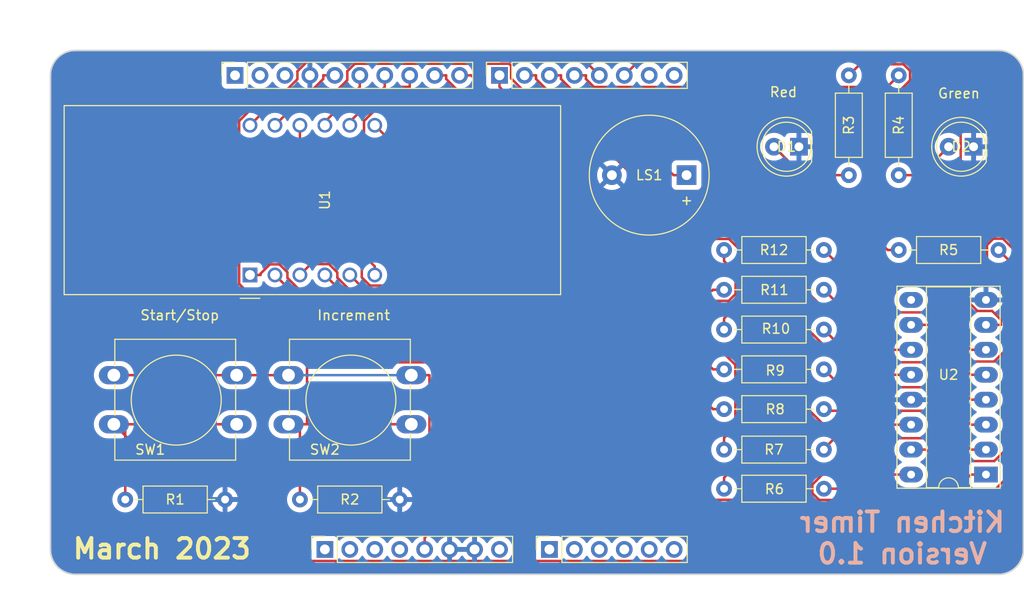
<source format=kicad_pcb>
(kicad_pcb (version 20221018) (generator pcbnew)
  (title_block (date "mar. 31 mars 2015"))
  (layers (0 "F.Cu" signal) (31 "B.Cu" power) (34 "B.Paste" user) (35 "F.Paste" user) (36 "B.SilkS" user "B.Silkscreen") (37 "F.SilkS" user "F.Silkscreen") (38 "B.Mask" user) (39 "F.Mask" user) (44 "Edge.Cuts" user))
  (net 0 "")
  (net 1 "GND")
  (net 3 "+5V")
  (net 4 "/IOREF")
  (net 5 "/A0")
  (net 6 "/A1")
  (net 7 "/A2")
  (net 8 "/A3")
  (net 9 "/SDA{slash}A4")
  (net 10 "/SCL{slash}A5")
  (net 11 "Net-(D1-A)")
  (net 12 "Net-(D2-A)")
  (net 16 "Dig1")
  (net 17 "Dig2")
  (net 18 "Dig3")
  (net 19 "Dig4")
  (net 20 "DS")
  (net 21 "ST_CP")
  (net 22 "SH_CP")
  (net 23 "/TX{slash}1")
  (net 24 "Buzzer")
  (net 25 "/RX{slash}0")
  (net 26 "+3V3")
  (net 27 "VCC")
  (net 28 "/~{RESET}")
  (net 29 "RED_LED")
  (net 30 "GREEN_LED")
  (net 31 "Button_2")
  (net 32 "Button_1")
  (net 33 "a")
  (net 34 "Net-(U1-a)")
  (net 35 "b")
  (net 36 "Net-(U1-b)")
  (net 37 "c")
  (net 38 "Net-(U1-c)")
  (net 39 "d")
  (net 40 "Net-(U1-d)")
  (net 41 "e")
  (net 42 "Net-(U1-e)")
  (net 43 "f")
  (net 44 "Net-(U1-f)")
  (net 45 "g")
  (net 46 "Net-(U1-g)")
  (net 47 "dp")
  (net 48 "Net-(U1-DPX)")
  (footprint "Connector_PinSocket_2.54mm:PinSocket_1x08_P2.54mm_Vertical" (layer "F.Cu") (at 127.94 97.46 90)
    (fp_text reference "J1" hide)
    (fp_text value "Power")
    (fp_line (start -1.33 1.27) (end -1.33 19.11) (stroke (width 0.12)) (layer "F.SilkS"))
    (fp_line (start -1.33 1.27) (end 1.33 1.27) (stroke (width 0.12)) (layer "F.SilkS"))
    (fp_line (start -1.33 19.11) (end 1.33 19.11) (stroke (width 0.12)) (layer "F.SilkS"))
    (fp_line (start 0 -1.33) (end 1.33 -1.33) (stroke (width 0.12)) (layer "F.SilkS"))
    (fp_line (start 1.33 -1.33) (end 1.33 0) (stroke (width 0.12)) (layer "F.SilkS"))
    (fp_line (start 1.33 1.27) (end 1.33 19.11) (stroke (width 0.12)) (layer "F.SilkS"))
    (pad "1" thru_hole rect locked (at 0 0 90) (size 1.7 1.7) (drill 1) (layers "*.Cu" "*.Mask"))
    (pad "2" thru_hole oval locked (at 0 2.54 90) (size 1.7 1.7) (drill 1) (layers "*.Cu" "*.Mask") (net 4 "/IOREF"))
    (pad "3" thru_hole oval locked (at 0 5.08 90) (size 1.7 1.7) (drill 1) (layers "*.Cu" "*.Mask") (net 28 "/~{RESET}"))
    (pad "4" thru_hole oval locked (at 0 7.62 90) (size 1.7 1.7) (drill 1) (layers "*.Cu" "*.Mask") (net 26 "+3V3"))
    (pad "5" thru_hole oval locked (at 0 10.16 90) (size 1.7 1.7) (drill 1) (layers "*.Cu" "*.Mask") (net 3 "+5V"))
    (pad "6" thru_hole oval locked (at 0 12.7 90) (size 1.7 1.7) (drill 1) (layers "*.Cu" "*.Mask") (net 1 "GND"))
    (pad "7" thru_hole oval locked (at 0 15.24 90) (size 1.7 1.7) (drill 1) (layers "*.Cu" "*.Mask") (net 1 "GND"))
    (pad "8" thru_hole oval locked (at 0 17.78 90) (size 1.7 1.7) (drill 1) (layers "*.Cu" "*.Mask") (net 27 "VCC"))
  )
  (footprint "Connector_PinSocket_2.54mm:PinSocket_1x06_P2.54mm_Vertical" (layer "F.Cu") (at 150.8 97.46 90)
    (fp_text reference "J3" hide)
    (fp_text value "Analog")
    (fp_line (start -1.33 1.27) (end -1.33 14.03) (stroke (width 0.12)) (layer "F.SilkS"))
    (fp_line (start -1.33 1.27) (end 1.33 1.27) (stroke (width 0.12)) (layer "F.SilkS"))
    (fp_line (start -1.33 14.03) (end 1.33 14.03) (stroke (width 0.12)) (layer "F.SilkS"))
    (fp_line (start 0 -1.33) (end 1.33 -1.33) (stroke (width 0.12)) (layer "F.SilkS"))
    (fp_line (start 1.33 -1.33) (end 1.33 0) (stroke (width 0.12)) (layer "F.SilkS"))
    (fp_line (start 1.33 1.27) (end 1.33 14.03) (stroke (width 0.12)) (layer "F.SilkS"))
    (pad "1" thru_hole rect locked (at 0 0 90) (size 1.7 1.7) (drill 1) (layers "*.Cu" "*.Mask") (net 5 "/A0"))
    (pad "2" thru_hole oval locked (at 0 2.54 90) (size 1.7 1.7) (drill 1) (layers "*.Cu" "*.Mask") (net 6 "/A1"))
    (pad "3" thru_hole oval locked (at 0 5.08 90) (size 1.7 1.7) (drill 1) (layers "*.Cu" "*.Mask") (net 7 "/A2"))
    (pad "4" thru_hole oval locked (at 0 7.62 90) (size 1.7 1.7) (drill 1) (layers "*.Cu" "*.Mask") (net 8 "/A3"))
    (pad "5" thru_hole oval locked (at 0 10.16 90) (size 1.7 1.7) (drill 1) (layers "*.Cu" "*.Mask") (net 9 "/SDA{slash}A4"))
    (pad "6" thru_hole oval locked (at 0 12.7 90) (size 1.7 1.7) (drill 1) (layers "*.Cu" "*.Mask") (net 10 "/SCL{slash}A5"))
  )
  (footprint "Connector_PinSocket_2.54mm:PinSocket_1x10_P2.54mm_Vertical" (layer "F.Cu") (at 118.796 49.2 90)
    (fp_text reference "J2" hide)
    (fp_text value "Digital/PWM")
    (fp_line (start -1.33 1.27) (end -1.33 24.19) (stroke (width 0.12)) (layer "F.SilkS"))
    (fp_line (start -1.33 1.27) (end 1.33 1.27) (stroke (width 0.12)) (layer "F.SilkS"))
    (fp_line (start -1.33 24.19) (end 1.33 24.19) (stroke (width 0.12)) (layer "F.SilkS"))
    (fp_line (start 0 -1.33) (end 1.33 -1.33) (stroke (width 0.12)) (layer "F.SilkS"))
    (fp_line (start 1.33 -1.33) (end 1.33 0) (stroke (width 0.12)) (layer "F.SilkS"))
    (fp_line (start 1.33 1.27) (end 1.33 24.19) (stroke (width 0.12)) (layer "F.SilkS"))
    (pad "1" thru_hole rect locked (at 0 0 90) (size 1.7 1.7) (drill 1) (layers "*.Cu" "*.Mask"))
    (pad "2" thru_hole oval locked (at 0 2.54 90) (size 1.7 1.7) (drill 1) (layers "*.Cu" "*.Mask"))
    (pad "3" thru_hole oval locked (at 0 5.08 90) (size 1.7 1.7) (drill 1) (layers "*.Cu" "*.Mask"))
    (pad "4" thru_hole oval locked (at 0 7.62 90) (size 1.7 1.7) (drill 1) (layers "*.Cu" "*.Mask") (net 1 "GND"))
    (pad "5" thru_hole oval locked (at 0 10.16 90) (size 1.7 1.7) (drill 1) (layers "*.Cu" "*.Mask") (net 16 "Dig1"))
    (pad "6" thru_hole oval locked (at 0 12.7 90) (size 1.7 1.7) (drill 1) (layers "*.Cu" "*.Mask") (net 17 "Dig2"))
    (pad "7" thru_hole oval locked (at 0 15.24 90) (size 1.7 1.7) (drill 1) (layers "*.Cu" "*.Mask") (net 18 "Dig3"))
    (pad "8" thru_hole oval locked (at 0 17.78 90) (size 1.7 1.7) (drill 1) (layers "*.Cu" "*.Mask") (net 19 "Dig4"))
    (pad "9" thru_hole oval locked (at 0 20.32 90) (size 1.7 1.7) (drill 1) (layers "*.Cu" "*.Mask") (net 20 "DS"))
    (pad "10" thru_hole oval locked (at 0 22.86 90) (size 1.7 1.7) (drill 1) (layers "*.Cu" "*.Mask") (net 21 "ST_CP"))
  )
  (footprint "Connector_PinSocket_2.54mm:PinSocket_1x08_P2.54mm_Vertical" (layer "F.Cu") (at 145.72 49.2 90)
    (fp_text reference "J4" hide)
    (fp_text value "Digital/PWM")
    (fp_line (start -1.33 1.27) (end -1.33 19.11) (stroke (width 0.12)) (layer "F.SilkS"))
    (fp_line (start -1.33 1.27) (end 1.33 1.27) (stroke (width 0.12)) (layer "F.SilkS"))
    (fp_line (start -1.33 19.11) (end 1.33 19.11) (stroke (width 0.12)) (layer "F.SilkS"))
    (fp_line (start 0 -1.33) (end 1.33 -1.33) (stroke (width 0.12)) (layer "F.SilkS"))
    (fp_line (start 1.33 -1.33) (end 1.33 0) (stroke (width 0.12)) (layer "F.SilkS"))
    (fp_line (start 1.33 1.27) (end 1.33 19.11) (stroke (width 0.12)) (layer "F.SilkS"))
    (pad "1" thru_hole rect locked (at 0 0 90) (size 1.7 1.7) (drill 1) (layers "*.Cu" "*.Mask") (net 22 "SH_CP"))
    (pad "2" thru_hole oval locked (at 0 2.54 90) (size 1.7 1.7) (drill 1) (layers "*.Cu" "*.Mask") (net 24 "Buzzer"))
    (pad "3" thru_hole oval locked (at 0 5.08 90) (size 1.7 1.7) (drill 1) (layers "*.Cu" "*.Mask") (net 29 "RED_LED"))
    (pad "4" thru_hole oval locked (at 0 7.62 90) (size 1.7 1.7) (drill 1) (layers "*.Cu" "*.Mask") (net 30 "GREEN_LED"))
    (pad "5" thru_hole oval locked (at 0 10.16 90) (size 1.7 1.7) (drill 1) (layers "*.Cu" "*.Mask") (net 31 "Button_2"))
    (pad "6" thru_hole oval locked (at 0 12.7 90) (size 1.7 1.7) (drill 1) (layers "*.Cu" "*.Mask") (net 32 "Button_1"))
    (pad "7" thru_hole oval locked (at 0 15.24 90) (size 1.7 1.7) (drill 1) (layers "*.Cu" "*.Mask") (net 23 "/TX{slash}1"))
    (pad "8" thru_hole oval locked (at 0 17.78 90) (size 1.7 1.7) (drill 1) (layers "*.Cu" "*.Mask") (net 25 "/RX{slash}0"))
  )
  (footprint "LED_THT:LED_D5.0mm" (layer "F.Cu") (at 193.98 56.468 180)
    (fp_text reference "D2" (at 1.27 0) (layer "F.SilkS"))
    (fp_text value "LED")
    (fp_line (start -1.29 -1.545) (end -1.29 1.545) (stroke (width 0.12)) (layer "F.SilkS"))
    (fp_arc (start -1.29 -1.54483) (mid 2.072002 -2.880433) (end 4.26 0.000462) (stroke (width 0.12)) (layer "F.SilkS"))
    (fp_arc (start 4.26 -0.000462) (mid 2.072002 2.880433) (end -1.29 1.54483) (stroke (width 0.12)) (layer "F.SilkS"))
    (fp_circle (center 1.27 0) (end 3.77 0) (stroke (width 0.12)) (fill none) (layer "F.SilkS"))
    (pad "1" thru_hole rect (at 0 0 180) (size 1.8 1.8) (drill 0.9) (layers "*.Cu" "*.Mask") (net 1 "GND"))
    (pad "2" thru_hole circle (at 2.54 0 180) (size 1.8 1.8) (drill 0.9) (layers "*.Cu" "*.Mask") (net 12 "Net-(D2-A)"))
  )
  (footprint "Package_DIP:DIP-16_W7.62mm_Socket_LongPads" (layer "F.Cu") (at 195.24 89.84 180)
    (fp_text reference "U2" (at 3.81 10.16) (layer "F.SilkS"))
    (fp_text value "74HC595")
    (fp_line (start -1.44 -1.39) (end -1.44 19.17) (stroke (width 0.12)) (layer "F.SilkS"))
    (fp_line (start -1.44 19.17) (end 9.06 19.17) (stroke (width 0.12)) (layer "F.SilkS"))
    (fp_line (start 1.56 -1.33) (end 1.56 19.11) (stroke (width 0.12)) (layer "F.SilkS"))
    (fp_line (start 1.56 19.11) (end 6.06 19.11) (stroke (width 0.12)) (layer "F.SilkS"))
    (fp_line (start 2.81 -1.33) (end 1.56 -1.33) (stroke (width 0.12)) (layer "F.SilkS"))
    (fp_line (start 6.06 -1.33) (end 4.81 -1.33) (stroke (width 0.12)) (layer "F.SilkS"))
    (fp_line (start 6.06 19.11) (end 6.06 -1.33) (stroke (width 0.12)) (layer "F.SilkS"))
    (fp_line (start 9.06 -1.39) (end -1.44 -1.39) (stroke (width 0.12)) (layer "F.SilkS"))
    (fp_line (start 9.06 19.17) (end 9.06 -1.39) (stroke (width 0.12)) (layer "F.SilkS"))
    (fp_arc (start 4.81 -1.33) (mid 3.81 -0.33) (end 2.81 -1.33) (stroke (width 0.12)) (layer "F.SilkS"))
    (pad "1" thru_hole rect (at 0 0 180) (size 2.4 1.6) (drill 0.8) (layers "*.Cu" "*.Mask") (net 35 "b"))
    (pad "2" thru_hole oval (at 0 2.54 180) (size 2.4 1.6) (drill 0.8) (layers "*.Cu" "*.Mask") (net 37 "c"))
    (pad "3" thru_hole oval (at 0 5.08 180) (size 2.4 1.6) (drill 0.8) (layers "*.Cu" "*.Mask") (net 39 "d"))
    (pad "4" thru_hole oval (at 0 7.62 180) (size 2.4 1.6) (drill 0.8) (layers "*.Cu" "*.Mask") (net 41 "e"))
    (pad "5" thru_hole oval (at 0 10.16 180) (size 2.4 1.6) (drill 0.8) (layers "*.Cu" "*.Mask") (net 43 "f"))
    (pad "6" thru_hole oval (at 0 12.7 180) (size 2.4 1.6) (drill 0.8) (layers "*.Cu" "*.Mask") (net 45 "g"))
    (pad "7" thru_hole oval (at 0 15.24 180) (size 2.4 1.6) (drill 0.8) (layers "*.Cu" "*.Mask") (net 47 "dp"))
    (pad "8" thru_hole oval (at 0 17.78 180) (size 2.4 1.6) (drill 0.8) (layers "*.Cu" "*.Mask") (net 1 "GND"))
    (pad "9" thru_hole oval (at 7.62 17.78 180) (size 2.4 1.6) (drill 0.8) (layers "*.Cu" "*.Mask"))
    (pad "10" thru_hole oval (at 7.62 15.24 180) (size 2.4 1.6) (drill 0.8) (layers "*.Cu" "*.Mask") (net 3 "+5V"))
    (pad "11" thru_hole oval (at 7.62 12.7 180) (size 2.4 1.6) (drill 0.8) (layers "*.Cu" "*.Mask") (net 22 "SH_CP"))
    (pad "12" thru_hole oval (at 7.62 10.16 180) (size 2.4 1.6) (drill 0.8) (layers "*.Cu" "*.Mask") (net 21 "ST_CP"))
    (pad "13" thru_hole oval (at 7.62 7.62 180) (size 2.4 1.6) (drill 0.8) (layers "*.Cu" "*.Mask") (net 1 "GND"))
    (pad "14" thru_hole oval (at 7.62 5.08 180) (size 2.4 1.6) (drill 0.8) (layers "*.Cu" "*.Mask") (net 20 "DS"))
    (pad "15" thru_hole oval (at 7.62 2.54 180) (size 2.4 1.6) (drill 0.8) (layers "*.Cu" "*.Mask") (net 33 "a"))
    (pad "16" thru_hole oval (at 7.62 0 180) (size 2.4 1.6) (drill 0.8) (layers "*.Cu" "*.Mask") (net 3 "+5V"))
  )
  (footprint "Resistor_THT:R_Axial_DIN0207_L6.3mm_D2.5mm_P10.16mm_Horizontal" (layer "F.Cu") (at 178.74 83.18 180)
    (fp_text reference "R8" (at 4.95889 -0.018184) (layer "F.SilkS"))
    (fp_text value "100")
    (fp_line (start 1.04 0) (end 1.81 0) (stroke (width 0.12)) (layer "F.SilkS"))
    (fp_line (start 1.81 -1.37) (end 1.81 1.37) (stroke (width 0.12)) (layer "F.SilkS"))
    (fp_line (start 1.81 1.37) (end 8.35 1.37) (stroke (width 0.12)) (layer "F.SilkS"))
    (fp_line (start 8.35 -1.37) (end 1.81 -1.37) (stroke (width 0.12)) (layer "F.SilkS"))
    (fp_line (start 8.35 1.37) (end 8.35 -1.37) (stroke (width 0.12)) (layer "F.SilkS"))
    (fp_line (start 9.12 0) (end 8.35 0) (stroke (width 0.12)) (layer "F.SilkS"))
    (pad "1" thru_hole circle (at 0 0 180) (size 1.6 1.6) (drill 0.8) (layers "*.Cu" "*.Mask") (net 39 "d"))
    (pad "2" thru_hole oval (at 10.16 0 180) (size 1.6 1.6) (drill 0.8) (layers "*.Cu" "*.Mask") (net 40 "Net-(U1-d)"))
  )
  (footprint "Resistor_THT:R_Axial_DIN0207_L6.3mm_D2.5mm_P10.16mm_Horizontal" (layer "F.Cu") (at 196.52 66.98 180)
    (fp_text reference "R5" (at 5.08 0) (layer "F.SilkS"))
    (fp_text value "100")
    (fp_line (start 1.04 0) (end 1.81 0) (stroke (width 0.12)) (layer "F.SilkS"))
    (fp_line (start 1.81 -1.37) (end 1.81 1.37) (stroke (width 0.12)) (layer "F.SilkS"))
    (fp_line (start 1.81 1.37) (end 8.35 1.37) (stroke (width 0.12)) (layer "F.SilkS"))
    (fp_line (start 8.35 -1.37) (end 1.81 -1.37) (stroke (width 0.12)) (layer "F.SilkS"))
    (fp_line (start 8.35 1.37) (end 8.35 -1.37) (stroke (width 0.12)) (layer "F.SilkS"))
    (fp_line (start 9.12 0) (end 8.35 0) (stroke (width 0.12)) (layer "F.SilkS"))
    (pad "1" thru_hole circle (at 0 0 180) (size 1.6 1.6) (drill 0.8) (layers "*.Cu" "*.Mask") (net 33 "a"))
    (pad "2" thru_hole oval (at 10.16 0 180) (size 1.6 1.6) (drill 0.8) (layers "*.Cu" "*.Mask") (net 34 "Net-(U1-a)"))
  )
  (footprint "LED_THT:LED_D5.0mm" (layer "F.Cu") (at 176.2 56.468 180)
    (fp_text reference "D1" (at 1.27 0) (layer "F.SilkS"))
    (fp_text value "LED")
    (fp_line (start -1.29 -1.545) (end -1.29 1.545) (stroke (width 0.12)) (layer "F.SilkS"))
    (fp_arc (start -1.29 -1.54483) (mid 2.072002 -2.880433) (end 4.26 0.000462) (stroke (width 0.12)) (layer "F.SilkS"))
    (fp_arc (start 4.26 -0.000462) (mid 2.072002 2.880433) (end -1.29 1.54483) (stroke (width 0.12)) (layer "F.SilkS"))
    (fp_circle (center 1.27 0) (end 3.77 0) (stroke (width 0.12)) (fill none) (layer "F.SilkS"))
    (pad "1" thru_hole rect (at 0 0 180) (size 1.8 1.8) (drill 0.9) (layers "*.Cu" "*.Mask") (net 1 "GND"))
    (pad "2" thru_hole circle (at 2.54 0 180) (size 1.8 1.8) (drill 0.9) (layers "*.Cu" "*.Mask") (net 11 "Net-(D1-A)"))
  )
  (footprint "Resistor_THT:R_Axial_DIN0207_L6.3mm_D2.5mm_P10.16mm_Horizontal" (layer "F.Cu") (at 107.62 92.38)
    (fp_text reference "R1" (at 5.08 0) (layer "F.SilkS"))
    (fp_text value "10k")
    (fp_line (start 1.04 0) (end 1.81 0) (stroke (width 0.12)) (layer "F.SilkS"))
    (fp_line (start 1.81 -1.37) (end 1.81 1.37) (stroke (width 0.12)) (layer "F.SilkS"))
    (fp_line (start 1.81 1.37) (end 8.35 1.37) (stroke (width 0.12)) (layer "F.SilkS"))
    (fp_line (start 8.35 -1.37) (end 1.81 -1.37) (stroke (width 0.12)) (layer "F.SilkS"))
    (fp_line (start 8.35 1.37) (end 8.35 -1.37) (stroke (width 0.12)) (layer "F.SilkS"))
    (fp_line (start 9.12 0) (end 8.35 0) (stroke (width 0.12)) (layer "F.SilkS"))
    (pad "1" thru_hole circle (at 0 0) (size 1.6 1.6) (drill 0.8) (layers "*.Cu" "*.Mask") (net 32 "Button_1"))
    (pad "2" thru_hole oval (at 10.16 0) (size 1.6 1.6) (drill 0.8) (layers "*.Cu" "*.Mask") (net 1 "GND"))
  )
  (footprint "Buzzer_Beeper:Buzzer_12x9.5RM7.6" (layer "F.Cu") (at 164.76 59.36 180)
    (fp_text reference "LS1" (at 3.8 0) (layer "F.SilkS"))
    (fp_text value "Speaker")
    (fp_text user "+" (at -0.01 -2.54) (layer "F.SilkS"))
    (fp_circle (center 3.8 0) (end 9.9 0) (stroke (width 0.12)) (fill none) (layer "F.SilkS"))
    (pad "1" thru_hole rect (at 0 0 180) (size 2 2) (drill 1) (layers "*.Cu" "*.Mask") (net 24 "Buzzer"))
    (pad "2" thru_hole circle (at 7.6 0 180) (size 2 2) (drill 1) (layers "*.Cu" "*.Mask") (net 1 "GND"))
  )
  (footprint "Resistor_THT:R_Axial_DIN0207_L6.3mm_D2.5mm_P10.16mm_Horizontal" (layer "F.Cu") (at 125.4 92.38)
    (fp_text reference "R2" (at 5.08 0) (layer "F.SilkS"))
    (fp_text value "10k")
    (fp_line (start 1.04 0) (end 1.81 0) (stroke (width 0.12)) (layer "F.SilkS"))
    (fp_line (start 1.81 -1.37) (end 1.81 1.37) (stroke (width 0.12)) (layer "F.SilkS"))
    (fp_line (start 1.81 1.37) (end 8.35 1.37) (stroke (width 0.12)) (layer "F.SilkS"))
    (fp_line (start 8.35 -1.37) (end 1.81 -1.37) (stroke (width 0.12)) (layer "F.SilkS"))
    (fp_line (start 8.35 1.37) (end 8.35 -1.37) (stroke (width 0.12)) (layer "F.SilkS"))
    (fp_line (start 9.12 0) (end 8.35 0) (stroke (width 0.12)) (layer "F.SilkS"))
    (pad "1" thru_hole circle (at 0 0) (size 1.6 1.6) (drill 0.8) (layers "*.Cu" "*.Mask") (net 31 "Button_2"))
    (pad "2" thru_hole oval (at 10.16 0) (size 1.6 1.6) (drill 0.8) (layers "*.Cu" "*.Mask") (net 1 "GND"))
  )
  (footprint "Button_Switch_THT:SW_PUSH-12mm" (layer "F.Cu") (at 106.46 79.72)
    (fp_text reference "SW1" (at 3.7 7.58) (layer "F.SilkS"))
    (fp_text value "SW_Push")
    (fp_line (start 0.1 -3.65) (end 12.4 -3.65) (stroke (width 0.12)) (layer "F.SilkS"))
    (fp_line (start 0.1 -0.93) (end 0.1 -3.65) (stroke (width 0.12)) (layer "F.SilkS"))
    (fp_line (start 0.1 4.07) (end 0.1 0.93) (stroke (width 0.12)) (layer "F.SilkS"))
    (fp_line (start 0.1 8.65) (end 0.1 5.93) (stroke (width 0.12)) (layer "F.SilkS"))
    (fp_line (start 12.4 -3.65) (end 12.4 -0.93) (stroke (width 0.12)) (layer "F.SilkS"))
    (fp_line (start 12.4 0.93) (end 12.4 4.07) (stroke (width 0.12)) (layer "F.SilkS"))
    (fp_line (start 12.4 5.93) (end 12.4 8.65) (stroke (width 0.12)) (layer "F.SilkS"))
    (fp_line (start 12.4 8.65) (end 0.1 8.65) (stroke (width 0.12)) (layer "F.SilkS"))
    (fp_circle (center 6.35 2.54) (end 10.16 5.08) (stroke (width 0.12)) (fill none) (layer "F.SilkS"))
    (pad "1" thru_hole oval (at 0 0) (size 3.048 1.85) (drill 1.3) (layers "*.Cu" "*.Mask") (net 3 "+5V"))
    (pad "1" thru_hole oval (at 12.5 0) (size 3.048 1.85) (drill 1.3) (layers "*.Cu" "*.Mask") (net 3 "+5V"))
    (pad "2" thru_hole oval (at 0 5) (size 3.048 1.85) (drill 1.3) (layers "*.Cu" "*.Mask") (net 32 "Button_1"))
    (pad "2" thru_hole oval (at 12.5 5) (size 3.048 1.85) (drill 1.3) (layers "*.Cu" "*.Mask") (net 32 "Button_1"))
  )
  (footprint "Button_Switch_THT:SW_PUSH-12mm" (layer "F.Cu") (at 124.24 79.72)
    (fp_text reference "SW2" (at 3.7 7.58) (layer "F.SilkS"))
    (fp_text value "SW_Push")
    (fp_line (start 0.1 -3.65) (end 12.4 -3.65) (stroke (width 0.12)) (layer "F.SilkS"))
    (fp_line (start 0.1 -0.93) (end 0.1 -3.65) (stroke (width 0.12)) (layer "F.SilkS"))
    (fp_line (start 0.1 4.07) (end 0.1 0.93) (stroke (width 0.12)) (layer "F.SilkS"))
    (fp_line (start 0.1 8.65) (end 0.1 5.93) (stroke (width 0.12)) (layer "F.SilkS"))
    (fp_line (start 12.4 -3.65) (end 12.4 -0.93) (stroke (width 0.12)) (layer "F.SilkS"))
    (fp_line (start 12.4 0.93) (end 12.4 4.07) (stroke (width 0.12)) (layer "F.SilkS"))
    (fp_line (start 12.4 5.93) (end 12.4 8.65) (stroke (width 0.12)) (layer "F.SilkS"))
    (fp_line (start 12.4 8.65) (end 0.1 8.65) (stroke (width 0.12)) (layer "F.SilkS"))
    (fp_circle (center 6.35 2.54) (end 10.16 5.08) (stroke (width 0.12)) (fill none) (layer "F.SilkS"))
    (pad "1" thru_hole oval (at 0 0) (size 3.048 1.85) (drill 1.3) (layers "*.Cu" "*.Mask") (net 3 "+5V"))
    (pad "1" thru_hole oval (at 12.5 0) (size 3.048 1.85) (drill 1.3) (layers "*.Cu" "*.Mask") (net 3 "+5V"))
    (pad "2" thru_hole oval (at 0 5) (size 3.048 1.85) (drill 1.3) (layers "*.Cu" "*.Mask") (net 31 "Button_2"))
    (pad "2" thru_hole oval (at 12.5 5) (size 3.048 1.85) (drill 1.3) (layers "*.Cu" "*.Mask") (net 31 "Button_2"))
  )
  (footprint "Display_7Segment:CA56-12EWA" (layer "F.Cu") (at 120.32 69.52 90)
    (fp_text reference "U1" (at 7.62 7.62 90) (layer "F.SilkS"))
    (fp_text value "CA56-12EWA")
    (fp_line (start -2.38 -1) (end -2.38 1) (stroke (width 0.12)) (layer "F.SilkS"))
    (fp_line (start -2 -18.92) (end -2 31.62) (stroke (width 0.12)) (layer "F.SilkS"))
    (fp_line (start -2 -18.92) (end 17.24 -18.92) (stroke (width 0.12)) (layer "F.SilkS"))
    (fp_line (start -2 31.62) (end 17.24 31.62) (stroke (width 0.12)) (layer "F.SilkS"))
    (fp_line (start 17.24 31.62) (end 17.24 -18.92) (stroke (width 0.12)) (layer "F.SilkS"))
    (pad "1" thru_hole rect (at 0 0 90) (size 1.5 1.5) (drill 1) (layers "*.Cu" "*.Mask") (net 42 "Net-(U1-e)"))
    (pad "2" thru_hole circle (at 0 2.54 90) (size 1.5 1.5) (drill 1) (layers "*.Cu" "*.Mask") (net 40 "Net-(U1-d)"))
    (pad "3" thru_hole circle (at 0 5.08 90) (size 1.5 1.5) (drill 1) (layers "*.Cu" "*.Mask") (net 48 "Net-(U1-DPX)"))
    (pad "4" thru_hole circle (at 0 7.62 90) (size 1.5 1.5) (drill 1) (layers "*.Cu" "*.Mask") (net 38 "Net-(U1-c)"))
    (pad "5" thru_hole circle (at 0 10.16 90) (size 1.5 1.5) (drill 1) (layers "*.Cu" "*.Mask") (net 46 "Net-(U1-g)"))
    (pad "6" thru_hole circle (at 0 12.7 90) (size 1.5 1.5) (drill 1) (layers "*.Cu" "*.Mask") (net 19 "Dig4"))
    (pad "7" thru_hole circle (at 15.24 12.7 90) (size 1.5 1.5) (drill 1) (layers "*.Cu" "*.Mask") (net 36 "Net-(U1-b)"))
    (pad "8" thru_hole circle (at 15.24 10.16 90) (size 1.5 1.5) (drill 1) (layers "*.Cu" "*.Mask") (net 18 "Dig3"))
    (pad "9" thru_hole circle (at 15.24 7.62 90) (size 1.5 1.5) (drill 1) (layers "*.Cu" "*.Mask") (net 17 "Dig2"))
    (pad "10" thru_hole circle (at 15.24 5.08 90) (size 1.5 1.5) (drill 1) (layers "*.Cu" "*.Mask") (net 44 "Net-(U1-f)"))
    (pad "11" thru_hole circle (at 15.24 2.54 90) (size 1.5 1.5) (drill 1) (layers "*.Cu" "*.Mask") (net 34 "Net-(U1-a)"))
    (pad "12" thru_hole circle (at 15.24 0 90) (size 1.5 1.5) (drill 1) (layers "*.Cu" "*.Mask") (net 16 "Dig1"))
  )
  (footprint "Resistor_THT:R_Axial_DIN0207_L6.3mm_D2.5mm_P10.16mm_Horizontal" (layer "F.Cu") (at 178.74 66.98 180)
    (fp_text reference "R12" (at 5.08 0) (layer "F.SilkS"))
    (fp_text value "100")
    (fp_line (start 1.04 0) (end 1.81 0) (stroke (width 0.12)) (layer "F.SilkS"))
    (fp_line (start 1.81 -1.37) (end 1.81 1.37) (stroke (width 0.12)) (layer "F.SilkS"))
    (fp_line (start 1.81 1.37) (end 8.35 1.37) (stroke (width 0.12)) (layer "F.SilkS"))
    (fp_line (start 8.35 -1.37) (end 1.81 -1.37) (stroke (width 0.12)) (layer "F.SilkS"))
    (fp_line (start 8.35 1.37) (end 8.35 -1.37) (stroke (width 0.12)) (layer "F.SilkS"))
    (fp_line (start 9.12 0) (end 8.35 0) (stroke (width 0.12)) (layer "F.SilkS"))
    (pad "1" thru_hole circle (at 0 0 180) (size 1.6 1.6) (drill 0.8) (layers "*.Cu" "*.Mask") (net 47 "dp"))
    (pad "2" thru_hole oval (at 10.16 0 180) (size 1.6 1.6) (drill 0.8) (layers "*.Cu" "*.Mask") (net 48 "Net-(U1-DPX)"))
  )
  (footprint "Resistor_THT:R_Axial_DIN0207_L6.3mm_D2.5mm_P10.16mm_Horizontal" (layer "F.Cu") (at 178.74 75.08 180)
    (fp_text reference "R10" (at 4.881495 0.085668) (layer "F.SilkS"))
    (fp_text value "100")
    (fp_line (start 1.04 0) (end 1.81 0) (stroke (width 0.12)) (layer "F.SilkS"))
    (fp_line (start 1.81 -1.37) (end 1.81 1.37) (stroke (width 0.12)) (layer "F.SilkS"))
    (fp_line (start 1.81 1.37) (end 8.35 1.37) (stroke (width 0.12)) (layer "F.SilkS"))
    (fp_line (start 8.35 -1.37) (end 1.81 -1.37) (stroke (width 0.12)) (layer "F.SilkS"))
    (fp_line (start 8.35 1.37) (end 8.35 -1.37) (stroke (width 0.12)) (layer "F.SilkS"))
    (fp_line (start 9.12 0) (end 8.35 0) (stroke (width 0.12)) (layer "F.SilkS"))
    (pad "1" thru_hole circle (at 0 0 180) (size 1.6 1.6) (drill 0.8) (layers "*.Cu" "*.Mask") (net 43 "f"))
    (pad "2" thru_hole oval (at 10.16 0 180) (size 1.6 1.6) (drill 0.8) (layers "*.Cu" "*.Mask") (net 44 "Net-(U1-f)"))
  )
  (footprint "Resistor_THT:R_Axial_DIN0207_L6.3mm_D2.5mm_P10.16mm_Horizontal" (layer "F.Cu") (at 178.74 79.13 180)
    (fp_text reference "R9" (at 4.95889 -0.121048) (layer "F.SilkS"))
    (fp_text value "100")
    (fp_line (start 1.04 0) (end 1.81 0) (stroke (width 0.12)) (layer "F.SilkS"))
    (fp_line (start 1.81 -1.37) (end 1.81 1.37) (stroke (width 0.12)) (layer "F.SilkS"))
    (fp_line (start 1.81 1.37) (end 8.35 1.37) (stroke (width 0.12)) (layer "F.SilkS"))
    (fp_line (start 8.35 -1.37) (end 1.81 -1.37) (stroke (width 0.12)) (layer "F.SilkS"))
    (fp_line (start 8.35 1.37) (end 8.35 -1.37) (stroke (width 0.12)) (layer "F.SilkS"))
    (fp_line (start 9.12 0) (end 8.35 0) (stroke (width 0.12)) (layer "F.SilkS"))
    (pad "1" thru_hole circle (at 0 0 180) (size 1.6 1.6) (drill 0.8) (layers "*.Cu" "*.Mask") (net 41 "e"))
    (pad "2" thru_hole oval (at 10.16 0 180) (size 1.6 1.6) (drill 0.8) (layers "*.Cu" "*.Mask") (net 42 "Net-(U1-e)"))
  )
  (footprint "Resistor_THT:R_Axial_DIN0207_L6.3mm_D2.5mm_P10.16mm_Horizontal" (layer "F.Cu") (at 178.74 91.28 180)
    (fp_text reference "R6" (at 5.036285 -0.044641) (layer "F.SilkS"))
    (fp_text value "100")
    (fp_line (start 1.04 0) (end 1.81 0) (stroke (width 0.12)) (layer "F.SilkS"))
    (fp_line (start 1.81 -1.37) (end 1.81 1.37) (stroke (width 0.12)) (layer "F.SilkS"))
    (fp_line (start 1.81 1.37) (end 8.35 1.37) (stroke (width 0.12)) (layer "F.SilkS"))
    (fp_line (start 8.35 -1.37) (end 1.81 -1.37) (stroke (width 0.12)) (layer "F.SilkS"))
    (fp_line (start 8.35 1.37) (end 8.35 -1.37) (stroke (width 0.12)) (layer "F.SilkS"))
    (fp_line (start 9.12 0) (end 8.35 0) (stroke (width 0.12)) (layer "F.SilkS"))
    (pad "1" thru_hole circle (at 0 0 180) (size 1.6 1.6) (drill 0.8) (layers "*.Cu" "*.Mask") (net 35 "b"))
    (pad "2" thru_hole oval (at 10.16 0 180) (size 1.6 1.6) (drill 0.8) (layers "*.Cu" "*.Mask") (net 36 "Net-(U1-b)"))
  )
  (footprint "Resistor_THT:R_Axial_DIN0207_L6.3mm_D2.5mm_P10.16mm_Horizontal" (layer "F.Cu") (at 181.28 49.2 -90)
    (fp_text reference "R3" (at 5.08 0 90) (layer "F.SilkS"))
    (fp_text value "330")
    (fp_line (start 1.04 0) (end 1.81 0) (stroke (width 0.12)) (layer "F.SilkS"))
    (fp_line (start 1.81 -1.37) (end 1.81 1.37) (stroke (width 0.12)) (layer "F.SilkS"))
    (fp_line (start 1.81 1.37) (end 8.35 1.37) (stroke (width 0.12)) (layer "F.SilkS"))
    (fp_line (start 8.35 -1.37) (end 1.81 -1.37) (stroke (width 0.12)) (layer "F.SilkS"))
    (fp_line (start 8.35 1.37) (end 8.35 -1.37) (stroke (width 0.12)) (layer "F.SilkS"))
    (fp_line (start 9.12 0) (end 8.35 0) (stroke (width 0.12)) (layer "F.SilkS"))
    (pad "1" thru_hole circle (at 0 0 270) (size 1.6 1.6) (drill 0.8) (layers "*.Cu" "*.Mask") (net 29 "RED_LED"))
    (pad "2" thru_hole oval (at 10.16 0 270) (size 1.6 1.6) (drill 0.8) (layers "*.Cu" "*.Mask") (net 11 "Net-(D1-A)"))
  )
  (footprint "Resistor_THT:R_Axial_DIN0207_L6.3mm_D2.5mm_P10.16mm_Horizontal" (layer "F.Cu") (at 178.74 87.3 180)
    (fp_text reference "R7" (at 5.08 0) (layer "F.SilkS"))
    (fp_text value "100")
    (fp_line (start 1.04 0) (end 1.81 0) (stroke (width 0.12)) (layer "F.SilkS"))
    (fp_line (start 1.81 -1.37) (end 1.81 1.37) (stroke (width 0.12)) (layer "F.SilkS"))
    (fp_line (start 1.81 1.37) (end 8.35 1.37) (stroke (width 0.12)) (layer "F.SilkS"))
    (fp_line (start 8.35 -1.37) (end 1.81 -1.37) (stroke (width 0.12)) (layer "F.SilkS"))
    (fp_line (start 8.35 1.37) (end 8.35 -1.37) (stroke (width 0.12)) (layer "F.SilkS"))
    (fp_line (start 9.12 0) (end 8.35 0) (stroke (width 0.12)) (layer "F.SilkS"))
    (pad "1" thru_hole circle (at 0 0 180) (size 1.6 1.6) (drill 0.8) (layers "*.Cu" "*.Mask") (net 37 "c"))
    (pad "2" thru_hole oval (at 10.16 0 180) (size 1.6 1.6) (drill 0.8) (layers "*.Cu" "*.Mask") (net 38 "Net-(U1-c)"))
  )
  (footprint "Resistor_THT:R_Axial_DIN0207_L6.3mm_D2.5mm_P10.16mm_Horizontal" (layer "F.Cu") (at 178.74 71.03 180)
    (fp_text reference "R11" (at 5.036285 -0.017196) (layer "F.SilkS"))
    (fp_text value "100")
    (fp_line (start 1.04 0) (end 1.81 0) (stroke (width 0.12)) (layer "F.SilkS"))
    (fp_line (start 1.81 -1.37) (end 1.81 1.37) (stroke (width 0.12)) (layer "F.SilkS"))
    (fp_line (start 1.81 1.37) (end 8.35 1.37) (stroke (width 0.12)) (layer "F.SilkS"))
    (fp_line (start 8.35 -1.37) (end 1.81 -1.37) (stroke (width 0.12)) (layer "F.SilkS"))
    (fp_line (start 8.35 1.37) (end 8.35 -1.37) (stroke (width 0.12)) (layer "F.SilkS"))
    (fp_line (start 9.12 0) (end 8.35 0) (stroke (width 0.12)) (layer "F.SilkS"))
    (pad "1" thru_hole circle (at 0 0 180) (size 1.6 1.6) (drill 0.8) (layers "*.Cu" "*.Mask") (net 45 "g"))
    (pad "2" thru_hole oval (at 10.16 0 180) (size 1.6 1.6) (drill 0.8) (layers "*.Cu" "*.Mask") (net 46 "Net-(U1-g)"))
  )
  (footprint "Resistor_THT:R_Axial_DIN0207_L6.3mm_D2.5mm_P10.16mm_Horizontal" (layer "F.Cu") (at 186.36 49.2 -90)
    (fp_text reference "R4" (at 5.08 0 90) (layer "F.SilkS"))
    (fp_text value "330")
    (fp_line (start 1.04 0) (end 1.81 0) (stroke (width 0.12)) (layer "F.SilkS"))
    (fp_line (start 1.81 -1.37) (end 1.81 1.37) (stroke (width 0.12)) (layer "F.SilkS"))
    (fp_line (start 1.81 1.37) (end 8.35 1.37) (stroke (width 0.12)) (layer "F.SilkS"))
    (fp_line (start 8.35 -1.37) (end 1.81 -1.37) (stroke (width 0.12)) (layer "F.SilkS"))
    (fp_line (start 8.35 1.37) (end 8.35 -1.37) (stroke (width 0.12)) (layer "F.SilkS"))
    (fp_line (start 9.12 0) (end 8.35 0) (stroke (width 0.12)) (layer "F.SilkS"))
    (pad "1" thru_hole circle (at 0 0 270) (size 1.6 1.6) (drill 0.8) (layers "*.Cu" "*.Mask") (net 30 "GREEN_LED"))
    (pad "2" thru_hole oval (at 10.16 0 270) (size 1.6 1.6) (drill 0.8) (layers "*.Cu" "*.Mask") (net 12 "Net-(D2-A)"))
  )
  (gr_arc (start 196.52 46.66) (mid 198.316051 47.403949) (end 199.06 49.2) (stroke (width 0.15)) (layer "Edge.Cuts"))
  (gr_arc (start 100 49.2) (mid 100.743949 47.403949) (end 102.54 46.66) (stroke (width 0.15)) (layer "Edge.Cuts"))
  (gr_line (start 199.06 49.2) (end 199.06 97.46) (stroke (width 0.15)) (layer "Edge.Cuts"))
  (gr_line (start 100 97.46) (end 100 49.2) (stroke (width 0.15)) (layer "Edge.Cuts"))
  (gr_line (start 196.52 100) (end 102.54 100) (stroke (width 0.15)) (layer "Edge.Cuts"))
  (gr_line (start 102.54 46.66) (end 196.52 46.66) (stroke (width 0.15)) (layer "Edge.Cuts"))
  (gr_arc (start 102.54 100) (mid 100.743949 99.256051) (end 100 97.46) (stroke (width 0.15)) (layer "Edge.Cuts"))
  (gr_arc (start 199.06 97.46) (mid 198.316051 99.256051) (end 196.52 100) (stroke (width 0.15)) (layer "Edge.Cuts"))
  (gr_text "Kitchen Timer\nVersion 1.0" (at 186.715454 99.073759) (layer "B.SilkS") (effects (font (size 2 2) (thickness 0.4) bold) (justify bottom mirror)))
  (gr_text "Green\n" (at 190.267901 51.623209) (layer "F.SilkS") (effects (font (size 1 1)) (justify left bottom)))
  (gr_text "Red" (at 173.140029 51.496336) (layer "F.SilkS") (effects (font (size 1 1)) (justify left bottom)))
  (gr_text "Start/Stop" (at 109.0691 74.206626) (layer "F.SilkS") (effects (font (size 1 1)) (justify left bottom)))
  (gr_text "March 2023" (at 102.091078 98.566266) (layer "F.SilkS") (effects (font (size 2 2) (thickness 0.4) bold) (justify left bottom)))
  (gr_text "Increment\n" (at 127.085084 74.206626) (layer "F.SilkS") (effects (font (size 1 1)) (justify left bottom)))
  (segment (start 138.1 97.46) (end 138.1 96.2849) (width 0.25) (layer "F.Cu") (net 3))
  (segment (start 176.8987 92.4078) (end 138.5891 92.4078) (width 0.25) (layer "F.Cu") (net 3))
  (segment (start 177.5681 91.7384) (end 178.256 92.4263) (width 0.25) (layer "F.Cu") (net 3))
  (segment (start 197.224 70.5548) (end 197.224 77.1781) (width 0.25) (layer "F.Cu") (net 3))
  (segment (start 177.5681 91.7384) (end 176.8987 92.4078) (width 0.25) (layer "F.Cu") (net 3))
  (segment (start 187.62 89.84) (end 178.5882 89.84) (width 0.25) (layer "F.Cu") (net 3))
  (segment (start 118.96 79.72) (end 106.46 79.72) (width 0.25) (layer "F.Cu") (net 3))
  (segment (start 195.3448 66.477) (end 195.3448 68.6756) (width 0.25) (layer "F.Cu") (net 3))
  (segment (start 195.3448 68.6756) (end 197.224 70.5548) (width 0.25) (layer "F.Cu") (net 3))
  (segment (start 189.8665 74.6) (end 187.62 74.6) (width 0.25) (layer "F.Cu") (net 3))
  (segment (start 124.24 79.72) (end 118.96 79.72) (width 0.25) (layer "F.Cu") (net 3))
  (segment (start 196.0704 78.3317) (end 193.5982 78.3317) (width 0.25) (layer "F.Cu") (net 3))
  (segment (start 136.74 79.72) (end 138.5891 79.72) (width 0.25) (layer "F.Cu") (net 3))
  (segment (start 195.9946 65.8272) (end 195.3448 66.477) (width 0.25) (layer "F.Cu") (net 3))
  (segment (start 178.5882 89.84) (end 177.5681 90.8601) (width 0.25) (layer "F.Cu") (net 3))
  (segment (start 196.9629 65.8272) (end 195.9946 65.8272) (width 0.25) (layer "F.Cu") (net 3))
  (segment (start 177.5681 90.8601) (end 177.5681 91.7384) (width 0.25) (layer "F.Cu") (net 3))
  (segment (start 197.224 77.1781) (end 196.0704 78.3317) (width 0.25) (layer "F.Cu") (net 3))
  (segment (start 138.5891 95.7958) (end 138.1 96.2849) (width 0.25) (layer "F.Cu") (net 3))
  (segment (start 195.1144 92.4263) (end 198.1388 89.4019) (width 0.25) (layer "F.Cu") (net 3))
  (segment (start 178.256 92.4263) (end 195.1144 92.4263) (width 0.25) (layer "F.Cu") (net 3))
  (segment (start 138.5891 79.72) (end 138.5891 92.4078) (width 0.25) (layer "F.Cu") (net 3))
  (segment (start 198.1388 89.4019) (end 198.1388 67.0031) (width 0.25) (layer "F.Cu") (net 3))
  (segment (start 138.5891 92.4078) (end 138.5891 95.7958) (width 0.25) (layer "F.Cu") (net 3))
  (segment (start 193.5982 78.3317) (end 189.8665 74.6) (width 0.25) (layer "F.Cu") (net 3))
  (segment (start 198.1388 67.0031) (end 196.9629 65.8272) (width 0.25) (layer "F.Cu") (net 3))
  (segment (start 136.74 79.72) (end 124.24 79.72) (width 0.25) (layer "B.Cu") (net 3))
  (segment (start 176.552 59.36) (end 173.66 56.468) (width 0.25) (layer "F.Cu") (net 11))
  (segment (start 181.28 59.36) (end 176.552 59.36) (width 0.25) (layer "F.Cu") (net 11))
  (segment (start 186.36 59.36) (end 188.548 59.36) (width 0.25) (layer "F.Cu") (net 12))
  (segment (start 188.548 59.36) (end 191.44 56.468) (width 0.25) (layer "F.Cu") (net 12))
  (segment (start 128.956 49.2) (end 127.7809 49.2) (width 0.25) (layer "F.Cu") (net 16))
  (segment (start 120.32 54.28) (end 123.1594 51.4406) (width 0.25) (layer "F.Cu") (net 16))
  (segment (start 127.7809 49.5652) (end 127.7809 49.2) (width 0.25) (layer "F.Cu") (net 16))
  (segment (start 123.1594 51.4406) (end 125.9055 51.4406) (width 0.25) (layer "F.Cu") (net 16))
  (segment (start 125.9055 51.4406) (end 127.7809 49.5652) (width 0.25) (layer "F.Cu") (net 16))
  (segment (start 127.94 53.9311) (end 131.496 50.3751) (width 0.25) (layer "F.Cu") (net 17))
  (segment (start 127.94 54.28) (end 127.94 53.9311) (width 0.25) (layer "F.Cu") (net 17))
  (segment (start 131.496 49.2) (end 131.496 50.3751) (width 0.25) (layer "F.Cu") (net 17))
  (segment (start 130.48 54.28) (end 130.48 53.9311) (width 0.25) (layer "F.Cu") (net 18))
  (segment (start 134.036 49.2) (end 134.036 50.3751) (width 0.25) (layer "F.Cu") (net 18))
  (segment (start 130.48 53.9311) (end 134.036 50.3751) (width 0.25) (layer "F.Cu") (net 18))
  (segment (start 136.576 49.2) (end 136.576 50.3751) (width 0.25) (layer "F.Cu") (net 19))
  (segment (start 135.4009 50.3751) (end 136.576 50.3751) (width 0.25) (layer "F.Cu") (net 19))
  (segment (start 131.9245 53.8515) (end 135.4009 50.3751) (width 0.25) (layer "F.Cu") (net 19))
  (segment (start 131.9245 67.5545) (end 131.9245 53.8515) (width 0.25) (layer "F.Cu") (net 19))
  (segment (start 133.02 68.65) (end 131.9245 67.5545) (width 0.25) (layer "F.Cu") (net 19))
  (segment (start 133.02 69.52) (end 133.02 68.65) (width 0.25) (layer "F.Cu") (net 19))
  (segment (start 155.5671 64.8413) (end 140.2911 49.5653) (width 0.25) (layer "F.Cu") (net 20))
  (segment (start 140.2911 49.5653) (end 140.2911 49.2) (width 0.25) (layer "F.Cu") (net 20))
  (segment (start 178.7111 84.76) (end 171.3234 77.3723) (width 0.25) (layer "F.Cu") (net 20))
  (segment (start 139.116 49.2) (end 140.2911 49.2) (width 0.25) (layer "F.Cu") (net 20))
  (segment (start 171.3234 77.3723) (end 171.3234 66.8192) (width 0.25) (layer "F.Cu") (net 20))
  (segment (start 169.3455 64.8413) (end 155.5671 64.8413) (width 0.25) (layer "F.Cu") (net 20))
  (segment (start 171.3234 66.8192) (end 169.3455 64.8413) (width 0.25) (layer "F.Cu") (net 20))
  (segment (start 187.62 84.76) (end 178.7111 84.76) (width 0.25) (layer "F.Cu") (net 20))
  (segment (start 181.7332 79.68) (end 171.9985 69.9453) (width 0.25) (layer "F.Cu") (net 21))
  (segment (start 155.9878 62.3567) (end 142.8311 49.2) (width 0.25) (layer "F.Cu") (net 21))
  (segment (start 187.62 79.68) (end 181.7332 79.68) (width 0.25) (layer "F.Cu") (net 21))
  (segment (start 167.4976 62.3567) (end 155.9878 62.3567) (width 0.25) (layer "F.Cu") (net 21))
  (segment (start 141.656 49.2) (end 142.8311 49.2) (width 0.25) (layer "F.Cu") (net 21))
  (segment (start 171.9985 69.9453) (end 171.9985 66.8576) (width 0.25) (layer "F.Cu") (net 21))
  (segment (start 171.9985 66.8576) (end 167.4976 62.3567) (width 0.25) (layer "F.Cu") (net 21))
  (segment (start 182.9447 77.14) (end 167.2612 61.4565) (width 0.25) (layer "F.Cu") (net 22))
  (segment (start 145.72 49.2) (end 145.72 50.3751) (width 0.25) (layer "F.Cu") (net 22))
  (segment (start 167.2612 61.4565) (end 156.8014 61.4565) (width 0.25) (layer "F.Cu") (net 22))
  (segment (start 187.62 77.14) (end 186.0949 77.14) (width 0.25) (layer "F.Cu") (net 22))
  (segment (start 156.8014 61.4565) (end 145.72 50.3751) (width 0.25) (layer "F.Cu") (net 22))
  (segment (start 186.0949 77.14) (end 182.9447 77.14) (width 0.25) (layer "F.Cu") (net 22))
  (segment (start 164.76 59.36) (end 163.4349 59.36) (width 0.25) (layer "F.Cu") (net 24))
  (segment (start 156.2432 56.3733) (end 149.4351 49.5652) (width 0.25) (layer "F.Cu") (net 24))
  (segment (start 160.4482 56.3733) (end 156.2432 56.3733) (width 0.25) (layer "F.Cu") (net 24))
  (segment (start 148.26 49.2) (end 149.4351 49.2) (width 0.25) (layer "F.Cu") (net 24))
  (segment (start 149.4351 49.5652) (end 149.4351 49.2) (width 0.25) (layer "F.Cu") (net 24))
  (segment (start 163.4349 59.36) (end 160.4482 56.3733) (width 0.25) (layer "F.Cu") (net 24))
  (segment (start 186.3868 50.8324) (end 153.2403 50.8324) (width 0.25) (layer "F.Cu") (net 29))
  (segment (start 186.8422 48.0731) (end 187.5096 48.7405) (width 0.25) (layer "F.Cu") (net 29))
  (segment (start 153.2403 50.8324) (end 151.9751 49.5672) (width 0.25) (layer "F.Cu") (net 29))
  (segment (start 151.9751 49.5672) (end 151.9751 49.2) (width 0.25) (layer "F.Cu") (net 29))
  (segment (start 187.5096 49.7096) (end 186.3868 50.8324) (width 0.25) (layer "F.Cu") (net 29))
  (segment (start 150.8 49.2) (end 151.9751 49.2) (width 0.25) (layer "F.Cu") (net 29))
  (segment (start 181.28 49.2) (end 182.4069 48.0731) (width 0.25) (layer "F.Cu") (net 29))
  (segment (start 187.5096 48.7405) (end 187.5096 49.7096) (width 0.25) (layer "F.Cu") (net 29))
  (segment (start 182.4069 48.0731) (end 186.8422 48.0731) (width 0.25) (layer "F.Cu") (net 29))
  (segment (start 154.5151 49.5653) (end 154.5151 49.2) (width 0.25) (layer "F.Cu") (net 30))
  (segment (start 155.3318 50.382) (end 154.5151 49.5653) (width 0.25) (layer "F.Cu") (net 30))
  (segment (start 153.34 49.2) (end 154.5151 49.2) (width 0.25) (layer "F.Cu") (net 30))
  (segment (start 185.178 50.382) (end 155.3318 50.382) (width 0.25) (layer "F.Cu") (net 30))
  (segment (start 186.36 49.2) (end 185.178 50.382) (width 0.25) (layer "F.Cu") (net 30))
  (segment (start 126.3902 47.546) (end 154.226 47.546) (width 0.25) (layer "F.Cu") (net 31))
  (segment (start 154.226 47.546) (end 155.88 49.2) (width 0.25) (layer "F.Cu") (net 31))
  (segment (start 126.1246 84.72) (end 125.6354 84.72) (width 0.25) (layer "F.Cu") (net 31))
  (segment (start 125.1646 84.72) (end 125.4 84.9554) (width 0.25) (layer "F.Cu") (net 31))
  (segment (start 125.146 49.5927) (end 125.146 48.7902) (width 0.25) (layer "F.Cu") (net 31))
  (segment (start 119.2165 70.4218) (end 119.2165 53.8526) (width 0.25) (layer "F.Cu") (net 31))
  (segment (start 126.1246 84.72) (end 126.1246 77.3299) (width 0.25) (layer "F.Cu") (net 31))
  (segment (start 124.24 84.72) (end 125.1646 84.72) (width 0.25) (layer "F.Cu") (net 31))
  (segment (start 125.146 48.7902) (end 126.3902 47.546) (width 0.25) (layer "F.Cu") (net 31))
  (segment (start 125.4 84.9554) (end 125.4 92.38) (width 0.25) (layer "F.Cu") (net 31))
  (segment (start 126.1246 77.3299) (end 119.2165 70.4218) (width 0.25) (layer "F.Cu") (net 31))
  (segment (start 123.9693 50.7694) (end 125.146 49.5927) (width 0.25) (layer "F.Cu") (net 31))
  (segment (start 122.2997 50.7694) (end 123.9693 50.7694) (width 0.25) (layer "F.Cu") (net 31))
  (segment (start 125.6354 84.72) (end 125.4 84.9554) (width 0.25) (layer "F.Cu") (net 31))
  (segment (start 136.74 84.72) (end 126.1246 84.72) (width 0.25) (layer "F.Cu") (net 31))
  (segment (start 119.2165 53.8526) (end 122.2997 50.7694) (width 0.25) (layer "F.Cu") (net 31))
  (segment (start 106.46 84.72) (end 120.375 98.635) (width 0.25) (layer "F.Cu") (net 32))
  (segment (start 192.665 60.892904) (end 192.665 53.259504) (width 0.25) (layer "F.Cu") (net 32))
  (segment (start 107.62 84.72) (end 106.46 84.72) (width 0.25) (layer "F.Cu") (net 32))
  (segment (start 198.5888 66.816704) (end 192.665 60.892904) (width 0.25) (layer "F.Cu") (net 32))
  (segment (start 198.5888 89.588296) (end 198.5888 66.816704) (width 0.25) (layer "F.Cu") (net 32))
  (segment (start 120.375 98.635) (end 189.542096 98.635) (width 0.25) (layer "F.Cu") (net 32))
  (segment (start 159.9969 47.6231) (end 158.42 49.2) (width 0.25) (layer "F.Cu") (net 32))
  (segment (start 107.62 84.72) (end 107.62 92.38) (width 0.25) (layer "F.Cu") (net 32))
  (segment (start 118.96 84.72) (end 107.62 84.72) (width 0.25) (layer "F.Cu") (net 32))
  (segment (start 192.665 53.259504) (end 187.028596 47.6231) (width 0.25) (layer "F.Cu") (net 32))
  (segment (start 187.028596 47.6231) (end 159.9969 47.6231) (width 0.25) (layer "F.Cu") (net 32))
  (segment (start 189.542096 98.635) (end 198.5888 89.588296) (width 0.25) (layer "F.Cu") (net 32))
  (segment (start 190.3124 88.4673) (end 189.1451 87.3) (width 0.25) (layer "F.Cu") (net 33))
  (segment (start 187.62 87.3) (end 189.1451 87.3) (width 0.25) (layer "F.Cu") (net 33))
  (segment (start 197.6887 86.8678) (end 196.0892 88.4673) (width 0.25) (layer "F.Cu") (net 33))
  (segment (start 196.52 66.98) (end 197.6887 68.1487) (width 0.25) (layer "F.Cu") (net 33))
  (segment (start 197.6887 68.1487) (end 197.6887 86.8678) (width 0.25) (layer "F.Cu") (net 33))
  (segment (start 196.0892 88.4673) (end 190.3124 88.4673) (width 0.25) (layer "F.Cu") (net 33))
  (segment (start 179.2332 60.9783) (end 160.8482 60.9783) (width 0.25) (layer "F.Cu") (net 34))
  (segment (start 127.9144 51.9897) (end 125.1503 51.9897) (width 0.25) (layer "F.Cu") (net 34))
  (segment (start 154.3774 56.9826) (end 146.8952 49.5004) (width 0.25) (layer "F.Cu") (net 34))
  (segment (start 130.989 48.0189) (end 130.226 48.7819) (width 0.25) (layer "F.Cu") (net 34))
  (segment (start 130.226 48.7819) (end 130.226 49.6781) (width 0.25) (layer "F.Cu") (net 34))
  (segment (start 185.2349 66.98) (end 179.2332 60.9783) (width 0.25) (layer "F.Cu") (net 34))
  (segment (start 156.8525 56.9826) (end 154.3774 56.9826) (width 0.25) (layer "F.Cu") (net 34))
  (segment (start 146.8952 48.2092) (end 146.7049 48.0189) (width 0.25) (layer "F.Cu") (net 34))
  (segment (start 125.1503 51.9897) (end 122.86 54.28) (width 0.25) (layer "F.Cu") (net 34))
  (segment (start 146.7049 48.0189) (end 130.989 48.0189) (width 0.25) (layer "F.Cu") (net 34))
  (segment (start 160.8482 60.9783) (end 156.8525 56.9826) (width 0.25) (layer "F.Cu") (net 34))
  (segment (start 146.8952 49.5004) (end 146.8952 48.2092) (width 0.25) (layer "F.Cu") (net 34))
  (segment (start 186.36 66.98) (end 185.2349 66.98) (width 0.25) (layer "F.Cu") (net 34))
  (segment (start 130.226 49.6781) (end 127.9144 51.9897) (width 0.25) (layer "F.Cu") (net 34))
  (segment (start 195.24 89.84) (end 193.7149 89.84) (width 0.25) (layer "F.Cu") (net 35))
  (segment (start 192.2749 91.28) (end 193.7149 89.84) (width 0.25) (layer "F.Cu") (net 35))
  (segment (start 178.74 91.28) (end 192.2749 91.28) (width 0.25) (layer "F.Cu") (net 35))
  (segment (start 170.6482 66.7805) (end 169.1592 65.2915) (width 0.25) (layer "F.Cu") (net 36))
  (segment (start 170.6482 88.0867) (end 170.6482 66.7805) (width 0.25) (layer "F.Cu") (net 36))
  (segment (start 169.1592 65.2915) (end 144.0315 65.2915) (width 0.25) (layer "F.Cu") (net 36))
  (segment (start 144.0315 65.2915) (end 133.02 54.28) (width 0.25) (layer "F.Cu") (net 36))
  (segment (start 168.58 90.1549) (end 170.6482 88.0867) (width 0.25) (layer "F.Cu") (net 36))
  (segment (start 168.58 91.28) (end 168.58 90.1549) (width 0.25) (layer "F.Cu") (net 36))
  (segment (start 192.5523 86.1374) (end 193.7149 87.3) (width 0.25) (layer "F.Cu") (net 37))
  (segment (start 178.74 87.23) (end 179.8326 86.1374) (width 0.25) (layer "F.Cu") (net 37))
  (segment (start 195.24 87.3) (end 193.7149 87.3) (width 0.25) (layer "F.Cu") (net 37))
  (segment (start 179.8326 86.1374) (end 192.5523 86.1374) (width 0.25) (layer "F.Cu") (net 37))
  (segment (start 169.7286 84.9563) (end 168.58 86.1049) (width 0.25) (layer "F.Cu") (net 38))
  (segment (start 168.157 77.105) (end 169.7286 78.6766) (width 0.25) (layer "F.Cu") (net 38))
  (segment (start 127.94 69.52) (end 135.525 77.105) (width 0.25) (layer "F.Cu") (net 38))
  (segment (start 135.525 77.105) (end 168.157 77.105) (width 0.25) (layer "F.Cu") (net 38))
  (segment (start 169.7286 78.6766) (end 169.7286 84.9563) (width 0.25) (layer "F.Cu") (net 38))
  (segment (start 168.58 87.23) (end 168.58 86.1049) (width 0.25) (layer "F.Cu") (net 38))
  (segment (start 192.3001 83.3452) (end 193.7149 84.76) (width 0.25) (layer "F.Cu") (net 39))
  (segment (start 195.24 84.76) (end 193.7149 84.76) (width 0.25) (layer "F.Cu") (net 39))
  (segment (start 178.74 83.18) (end 178.9052 83.3452) (width 0.25) (layer "F.Cu") (net 39))
  (segment (start 178.9052 83.3452) (end 192.3001 83.3452) (width 0.25) (layer "F.Cu") (net 39))
  (segment (start 168.58 83.18) (end 167.4549 83.18) (width 0.25) (layer "F.Cu") (net 40))
  (segment (start 131.7539 78.4139) (end 162.6888 78.4139) (width 0.25) (layer "F.Cu") (net 40))
  (segment (start 162.6888 78.4139) (end 167.4549 83.18) (width 0.25) (layer "F.Cu") (net 40))
  (segment (start 122.86 69.52) (end 131.7539 78.4139) (width 0.25) (layer "F.Cu") (net 40))
  (segment (start 180.56 80.95) (end 192.4449 80.95) (width 0.25) (layer "F.Cu") (net 41))
  (segment (start 178.74 79.13) (end 180.56 80.95) (width 0.25) (layer "F.Cu") (net 41))
  (segment (start 192.4449 80.95) (end 193.7149 82.22) (width 0.25) (layer "F.Cu") (net 41))
  (segment (start 195.24 82.22) (end 193.7149 82.22) (width 0.25) (layer "F.Cu") (net 41))
  (segment (start 120.32 69.52) (end 121.3951 69.52) (width 0.25) (layer "F.Cu") (net 42))
  (segment (start 123.3225 68.4427) (end 122.338 68.4427) (width 0.25) (layer "F.Cu") (net 42))
  (segment (start 121.3951 69.3856) (end 121.3951 69.52) (width 0.25) (layer "F.Cu") (net 42))
  (segment (start 168.58 79.13) (end 167.4549 79.13) (width 0.25) (layer "F.Cu") (net 42))
  (segment (start 124.1299 69.2501) (end 123.3225 68.4427) (width 0.25) (layer "F.Cu") (net 42))
  (segment (start 124.1299 69.8145) (end 124.1299 69.2501) (width 0.25) (layer "F.Cu") (net 42))
  (segment (start 167.4549 79.13) (end 166.2093 77.8844) (width 0.25) (layer "F.Cu") (net 42))
  (segment (start 122.338 68.4427) (end 121.3951 69.3856) (width 0.25) (layer "F.Cu") (net 42))
  (segment (start 132.1998 77.8844) (end 124.1299 69.8145) (width 0.25) (layer "F.Cu") (net 42))
  (segment (start 166.2093 77.8844) (end 132.1998 77.8844) (width 0.25) (layer "F.Cu") (net 42))
  (segment (start 178.74 75.08) (end 182.07 78.41) (width 0.25) (layer "F.Cu") (net 43))
  (segment (start 195.24 79.68) (end 193.7149 79.68) (width 0.25) (layer "F.Cu") (net 43))
  (segment (start 192.4449 78.41) (end 193.7149 79.68) (width 0.25) (layer "F.Cu") (net 43))
  (segment (start 182.07 78.41) (end 192.4449 78.41) (width 0.25) (layer "F.Cu") (net 43))
  (segment (start 168.58 73.9549) (end 170.1981 72.3368) (width 0.25) (layer "F.Cu") (net 44))
  (segment (start 131.6995 69.7658) (end 131.6995 68.1914) (width 0.25) (layer "F.Cu") (net 44))
  (segment (start 170.1981 66.967) (end 169.0859 65.8548) (width 0.25) (layer "F.Cu") (net 44))
  (segment (start 131.6995 68.1914) (end 125.4 61.8919) (width 0.25) (layer "F.Cu") (net 44))
  (segment (start 132.535 70.6013) (end 131.6995 69.7658) (width 0.25) (layer "F.Cu") (net 44))
  (segment (start 169.0859 65.8548) (end 140.4114 65.8548) (width 0.25) (layer "F.Cu") (net 44))
  (segment (start 125.4 61.8919) (end 125.4 54.28) (width 0.25) (layer "F.Cu") (net 44))
  (segment (start 168.58 75.08) (end 168.58 73.9549) (width 0.25) (layer "F.Cu") (net 44))
  (segment (start 170.1981 72.3368) (end 170.1981 66.967) (width 0.25) (layer "F.Cu") (net 44))
  (segment (start 135.6649 70.6013) (end 132.535 70.6013) (width 0.25) (layer "F.Cu") (net 44))
  (segment (start 140.4114 65.8548) (end 135.6649 70.6013) (width 0.25) (layer "F.Cu") (net 44))
  (segment (start 189.9049 73.33) (end 193.7149 77.14) (width 0.25) (layer "F.Cu") (net 45))
  (segment (start 178.74 71.03) (end 181.04 73.33) (width 0.25) (layer "F.Cu") (net 45))
  (segment (start 181.04 73.33) (end 189.9049 73.33) (width 0.25) (layer "F.Cu") (net 45))
  (segment (start 195.24 77.14) (end 193.7149 77.14) (width 0.25) (layer "F.Cu") (net 45))
  (segment (start 130.48 69.52) (end 132.0832 71.1232) (width 0.25) (layer "F.Cu") (net 46))
  (segment (start 167.3617 71.1232) (end 167.4549 71.03) (width 0.25) (layer "F.Cu") (net 46))
  (segment (start 168.58 71.03) (end 167.4549 71.03) (width 0.25) (layer "F.Cu") (net 46))
  (segment (start 132.0832 71.1232) (end 167.3617 71.1232) (width 0.25) (layer "F.Cu") (net 46))
  (segment (start 191.4369 70.248) (end 194.374 73.1851) (width 0.25) (layer "F.Cu") (net 47))
  (segment (start 182.008 70.248) (end 191.4369 70.248) (width 0.25) (layer "F.Cu") (net 47))
  (segment (start 194.374 73.1851) (end 195.8645 73.1851) (width 0.25) (layer "F.Cu") (net 47))
  (segment (start 195.24 74.6) (end 196.7651 74.6) (width 0.25) (layer "F.Cu") (net 47))
  (segment (start 196.7651 74.0857) (end 196.7651 74.6) (width 0.25) (layer "F.Cu") (net 47))
  (segment (start 178.74 66.98) (end 182.008 70.248) (width 0.25) (layer "F.Cu") (net 47))
  (segment (start 195.8645 73.1851) (end 196.7651 74.0857) (width 0.25) (layer "F.Cu") (net 47))
  (segment (start 131.5769 72.1569) (end 169.0512 72.1569) (width 0.25) (layer "F.Cu") (net 48))
  (segment (start 169.0512 72.1569) (end 169.7479 71.4602) (width 0.25) (layer "F.Cu") (net 48))
  (segment (start 125.4 69.52) (end 126.5036 68.4164) (width 0.25) (layer "F.Cu") (net 48))
  (segment (start 129.21 69.2648) (end 129.21 69.79) (width 0.25) (layer "F.Cu") (net 48))
  (segment (start 126.5036 68.4164) (end 128.3616 68.4164) (width 0.25) (layer "F.Cu") (net 48))
  (segment (start 129.21 69.79) (end 131.5769 72.1569) (width 0.25) (layer "F.Cu") (net 48))
  (segment (start 128.3616 68.4164) (end 129.21 69.2648) (width 0.25) (layer "F.Cu") (net 48))
  (segment (start 169.7479 69.273) (end 168.58 68.1051) (width 0.25) (layer "F.Cu") (net 48))
  (segment (start 169.7479 71.4602) (end 169.7479 69.273) (width 0.25) (layer "F.Cu") (net 48))
  (segment (start 168.58 66.98) (end 168.58 68.1051) (width 0.25) (layer "F.Cu") (net 48))
  (zone (net 1) (net_name "GND") (layer "B.Cu") (connect_pads (clearance 0.508)) (min_thickness 0.25) (fill yes (thermal_gap 0.5) (thermal_bridge_width 0.5))
    (polygon (pts (xy 199.06 100) (xy 199.06 46.66) (xy 100 46.66) (xy 100 100)))
  )
)
</source>
